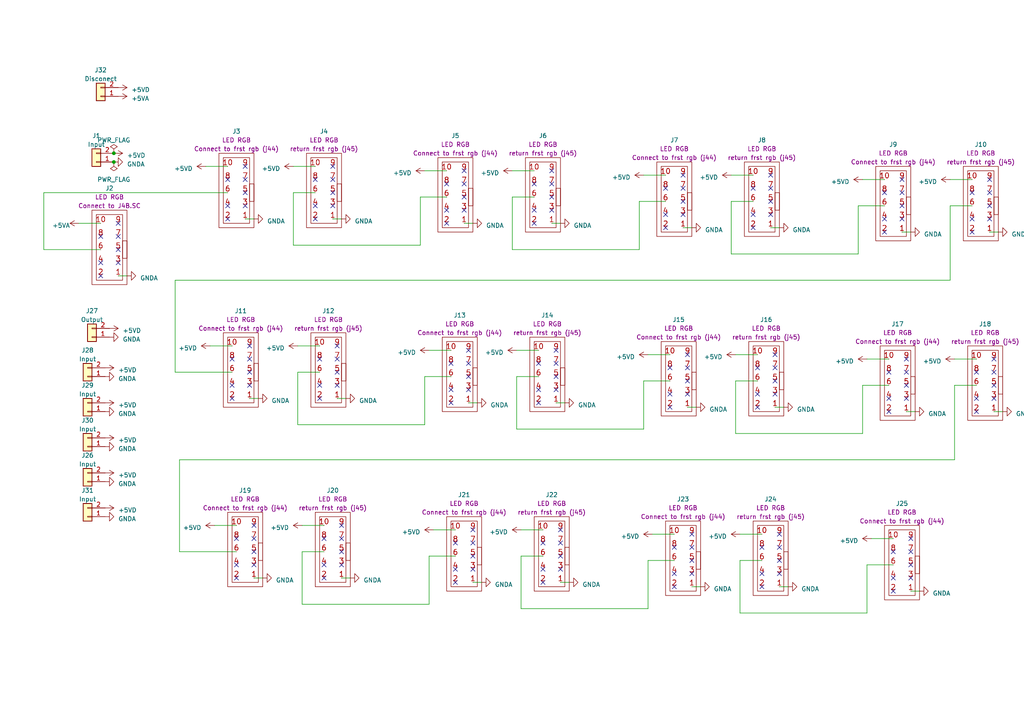
<source format=kicad_sch>
(kicad_sch (version 20230121) (generator eeschema)
  (paper "A4")
  (lib_symbols
    (symbol "Connector_Generic:Conn_01x02" (pin_names (offset 1.016) hide)
      (property "Reference" "J" (at 0 2.54 0))
      (property "Value" "Conn_01x02" (at 0 -5.08 0))
      (symbol "Conn_01x02_1_1"
        (rectangle (start -1.27 -2.413) (end 0 -2.667) (stroke (width 0.1524)))
        (rectangle (start -1.27 0.127) (end 0 -0.127) (stroke (width 0.1524)))
        (rectangle (start -1.27 1.27) (end 1.27 -3.81) (stroke (width 0.254)) (fill (type background)))
        (pin passive line (at -5.08 0 0) (length 3.81) (name "Pin_1") (number "1"))
        (pin passive line (at -5.08 -2.54 0) (length 3.81) (name "Pin_2") (number "2"))
      )
    )
    (symbol "IDC-Header_2x05_P2.54mm_Vertical_1"
      (property "Reference" "J?" (at -15.24 0 0))
      (property "Champ4" "IN" (at -12.7 0 0))
      (symbol "IDC-Header_2x05_P2.54mm_Vertical_1_0_1"
        (rectangle (start -5.08 11.43) (end 5.08 -10.16))
        (rectangle (start -3.81 10.16) (end 3.81 -8.89))
        (rectangle (start 3.81 -2.54) (end 5.08 2.54))
      )
      (symbol "IDC-Header_2x05_P2.54mm_Vertical_1_1_1"
        (pin passive line (at 2.54 -7.62 180) (length 0) (name "") (number "1"))
        (pin passive line (at -2.54 7.62 0) (length 0) (name "") (number "10"))
        (pin passive line (at -2.54 -7.62 0) (length 0) (name "") (number "2"))
        (pin passive line (at 2.54 -3.81 180) (length 0) (name "") (number "3"))
        (pin passive line (at -2.54 -3.81 0) (length 0) (name "") (number "4"))
        (pin passive line (at 2.54 0 180) (length 0) (name "") (number "5"))
        (pin passive line (at -2.54 0 0) (length 0) (name "") (number "6"))
        (pin passive line (at 2.54 3.81 180) (length 0) (name "") (number "7"))
        (pin passive line (at -2.54 3.81 0) (length 0) (name "") (number "8"))
        (pin passive line (at 2.54 7.62 180) (length 0) (name "") (number "9"))
      )
    )
    (symbol "power:+5VA" (power) (pin_names (offset 0))
      (property "Value" "+5VA" (at 0 3.556 0))
      (symbol "+5VA_0_1"
        (polyline (pts (xy -0.762 1.27) (xy 0 2.54)))
        (polyline (pts (xy 0 0) (xy 0 2.54)))
        (polyline (pts (xy 0 2.54) (xy 0.762 1.27)))
      )
      (symbol "+5VA_1_1"
        (pin power_in line (at 0 0 90) (length 0) hide (name "+5VA") (number "1"))
      )
    )
    (symbol "power:+5VD" (power) (pin_names (offset 0))
      (property "Value" "+5VD" (at 0 3.556 0))
      (symbol "+5VD_0_1"
        (polyline (pts (xy -0.762 1.27) (xy 0 2.54)))
        (polyline (pts (xy 0 0) (xy 0 2.54)))
        (polyline (pts (xy 0 2.54) (xy 0.762 1.27)))
      )
      (symbol "+5VD_1_1"
        (pin power_in line (at 0 0 90) (length 0) hide (name "+5VD") (number "1"))
      )
    )
    (symbol "power:GNDA" (power) (pin_names (offset 0))
      (property "Value" "GNDA" (at 0 -3.81 0))
      (symbol "GNDA_0_1"
        (polyline (pts (xy 0 0) (xy 0 -1.27) (xy 1.27 -1.27) (xy 0 -2.54) (xy -1.27 -1.27) (xy 0 -1.27)))
      )
      (symbol "GNDA_1_1"
        (pin power_in line (at 0 0 270) (length 0) hide (name "GNDA") (number "1"))
      )
    )
    (symbol "power:PWR_FLAG" (power) (pin_numbers hide) (pin_names (offset 0) hide)
      (property "Value" "PWR_FLAG" (at 0 3.81 0))
      (symbol "PWR_FLAG_0_0"
        (pin power_out line (at 0 0 90) (length 0) (name "pwr") (number "1"))
      )
      (symbol "PWR_FLAG_0_1"
        (polyline (pts (xy 0 0) (xy 0 1.27) (xy -1.016 1.905) (xy 0 2.54) (xy 1.016 1.905) (xy 0 1.27)))
      )
    )
  )
  (junction (at 33.02 44.45))
  (junction (at 33.02 46.99))
  (no_connect (at 198.12 54.61))
  (no_connect (at 92.71 104.14))
  (no_connect (at 96.52 59.69))
  (no_connect (at 71.12 59.69))
  (no_connect (at 257.81 107.95))
  (no_connect (at 256.54 55.88))
  (no_connect (at 259.08 171.45))
  (no_connect (at 156.21 116.84))
  (no_connect (at 224.79 106.68))
  (no_connect (at 132.08 165.1))
  (no_connect (at 223.52 62.23))
  (no_connect (at 67.31 111.76))
  (no_connect (at 135.89 101.6))
  (no_connect (at 92.71 115.57))
  (no_connect (at 218.44 66.04))
  (no_connect (at 281.94 55.88))
  (no_connect (at 34.29 76.2))
  (no_connect (at 137.16 153.67))
  (no_connect (at 73.66 163.83))
  (no_connect (at 220.98 166.37))
  (no_connect (at 226.06 154.94))
  (no_connect (at 226.06 162.56))
  (no_connect (at 194.31 114.3))
  (no_connect (at 154.94 53.34))
  (no_connect (at 224.79 110.49))
  (no_connect (at 194.31 106.68))
  (no_connect (at 67.31 104.14))
  (no_connect (at 161.29 101.6))
  (no_connect (at 220.98 158.75))
  (no_connect (at 134.62 53.34))
  (no_connect (at 157.48 157.48))
  (no_connect (at 154.94 60.96))
  (no_connect (at 281.94 67.31))
  (no_connect (at 262.89 107.95))
  (no_connect (at 161.29 109.22))
  (no_connect (at 194.31 118.11))
  (no_connect (at 71.12 55.88))
  (no_connect (at 68.58 156.21))
  (no_connect (at 219.71 114.3))
  (no_connect (at 162.56 161.29))
  (no_connect (at 199.39 102.87))
  (no_connect (at 200.66 166.37))
  (no_connect (at 224.79 114.3))
  (no_connect (at 160.02 60.96))
  (no_connect (at 220.98 170.18))
  (no_connect (at 226.06 166.37))
  (no_connect (at 195.58 170.18))
  (no_connect (at 129.54 53.34))
  (no_connect (at 162.56 165.1))
  (no_connect (at 135.89 113.03))
  (no_connect (at 97.79 100.33))
  (no_connect (at 97.79 111.76))
  (no_connect (at 287.02 55.88))
  (no_connect (at 160.02 53.34))
  (no_connect (at 72.39 107.95))
  (no_connect (at 160.02 49.53))
  (no_connect (at 34.29 64.77))
  (no_connect (at 287.02 63.5))
  (no_connect (at 219.71 106.68))
  (no_connect (at 193.04 54.61))
  (no_connect (at 99.06 163.83))
  (no_connect (at 219.71 118.11))
  (no_connect (at 223.52 50.8))
  (no_connect (at 261.62 55.88))
  (no_connect (at 200.66 162.56))
  (no_connect (at 29.21 68.58))
  (no_connect (at 256.54 67.31))
  (no_connect (at 134.62 57.15))
  (no_connect (at 226.06 158.75))
  (no_connect (at 97.79 107.95))
  (no_connect (at 99.06 160.02))
  (no_connect (at 264.16 167.64))
  (no_connect (at 195.58 166.37))
  (no_connect (at 261.62 59.69))
  (no_connect (at 257.81 119.38))
  (no_connect (at 264.16 156.21))
  (no_connect (at 91.44 63.5))
  (no_connect (at 193.04 62.23))
  (no_connect (at 91.44 52.07))
  (no_connect (at 134.62 49.53))
  (no_connect (at 72.39 104.14))
  (no_connect (at 218.44 54.61))
  (no_connect (at 287.02 59.69))
  (no_connect (at 156.21 113.03))
  (no_connect (at 224.79 102.87))
  (no_connect (at 281.94 63.5))
  (no_connect (at 198.12 50.8))
  (no_connect (at 71.12 48.26))
  (no_connect (at 29.21 76.2))
  (no_connect (at 66.04 59.69))
  (no_connect (at 259.08 167.64))
  (no_connect (at 261.62 63.5))
  (no_connect (at 71.12 52.07))
  (no_connect (at 96.52 52.07))
  (no_connect (at 195.58 158.75))
  (no_connect (at 130.81 113.03))
  (no_connect (at 132.08 157.48))
  (no_connect (at 93.98 163.83))
  (no_connect (at 132.08 168.91))
  (no_connect (at 259.08 160.02))
  (no_connect (at 199.39 114.3))
  (no_connect (at 198.12 58.42))
  (no_connect (at 157.48 168.91))
  (no_connect (at 283.21 107.95))
  (no_connect (at 283.21 115.57))
  (no_connect (at 137.16 161.29))
  (no_connect (at 135.89 105.41))
  (no_connect (at 93.98 156.21))
  (no_connect (at 73.66 156.21))
  (no_connect (at 264.16 160.02))
  (no_connect (at 130.81 105.41))
  (no_connect (at 162.56 157.48))
  (no_connect (at 199.39 106.68))
  (no_connect (at 199.39 110.49))
  (no_connect (at 135.89 109.22))
  (no_connect (at 66.04 52.07))
  (no_connect (at 200.66 158.75))
  (no_connect (at 262.89 104.14))
  (no_connect (at 261.62 52.07))
  (no_connect (at 67.31 115.57))
  (no_connect (at 97.79 104.14))
  (no_connect (at 288.29 104.14))
  (no_connect (at 72.39 100.33))
  (no_connect (at 130.81 116.84))
  (no_connect (at 96.52 48.26))
  (no_connect (at 29.21 80.01))
  (no_connect (at 262.89 111.76))
  (no_connect (at 66.04 63.5))
  (no_connect (at 73.66 152.4))
  (no_connect (at 91.44 59.69))
  (no_connect (at 288.29 107.95))
  (no_connect (at 157.48 165.1))
  (no_connect (at 283.21 119.38))
  (no_connect (at 198.12 62.23))
  (no_connect (at 137.16 157.48))
  (no_connect (at 73.66 160.02))
  (no_connect (at 34.29 72.39))
  (no_connect (at 137.16 165.1))
  (no_connect (at 161.29 105.41))
  (no_connect (at 264.16 163.83))
  (no_connect (at 72.39 111.76))
  (no_connect (at 287.02 52.07))
  (no_connect (at 162.56 153.67))
  (no_connect (at 257.81 115.57))
  (no_connect (at 93.98 167.64))
  (no_connect (at 256.54 63.5))
  (no_connect (at 288.29 115.57))
  (no_connect (at 223.52 54.61))
  (no_connect (at 193.04 66.04))
  (no_connect (at 161.29 113.03))
  (no_connect (at 99.06 152.4))
  (no_connect (at 68.58 167.64))
  (no_connect (at 99.06 156.21))
  (no_connect (at 154.94 64.77))
  (no_connect (at 134.62 60.96))
  (no_connect (at 262.89 115.57))
  (no_connect (at 96.52 55.88))
  (no_connect (at 288.29 111.76))
  (no_connect (at 92.71 111.76))
  (no_connect (at 218.44 62.23))
  (no_connect (at 129.54 60.96))
  (no_connect (at 156.21 105.41))
  (no_connect (at 223.52 58.42))
  (no_connect (at 200.66 154.94))
  (no_connect (at 129.54 64.77))
  (no_connect (at 34.29 68.58))
  (no_connect (at 160.02 57.15))
  (no_connect (at 68.58 163.83))
  (wire (pts (xy 228.6 170.18) (xy 226.06 170.18)))
  (wire (pts (xy 149.86 109.22) (xy 149.86 124.46)))
  (wire (pts (xy 187.96 162.56) (xy 195.58 162.56)))
  (wire (pts (xy 12.7 72.39) (xy 29.21 72.39)))
  (wire (pts (xy 212.09 58.42) (xy 212.09 73.66)))
  (wire (pts (xy 99.06 63.5) (xy 96.52 63.5)))
  (wire (pts (xy 22.86 64.77) (xy 29.21 64.77)))
  (wire (pts (xy 275.59 81.28) (xy 50.8 81.28)))
  (wire (pts (xy 227.33 118.11) (xy 224.79 118.11)))
  (wire (pts (xy 73.66 63.5) (xy 71.12 63.5)))
  (wire (pts (xy 187.96 102.87) (xy 194.31 102.87)))
  (wire (pts (xy 214.63 162.56) (xy 214.63 177.8)))
  (wire (pts (xy 149.86 124.46) (xy 186.69 124.46)))
  (wire (pts (xy 121.92 57.15) (xy 129.54 57.15)))
  (wire (pts (xy 165.1 168.91) (xy 162.56 168.91)))
  (wire (pts (xy 148.59 49.53) (xy 154.94 49.53)))
  (wire (pts (xy 248.92 59.69) (xy 256.54 59.69)))
  (wire (pts (xy 59.69 48.26) (xy 66.04 48.26)))
  (wire (pts (xy 62.23 152.4) (xy 68.58 152.4)))
  (wire (pts (xy 12.7 55.88) (xy 12.7 72.39)))
  (wire (pts (xy 283.21 111.76) (xy 276.86 111.76)))
  (wire (pts (xy 149.86 101.6) (xy 156.21 101.6)))
  (wire (pts (xy 276.86 104.14) (xy 283.21 104.14)))
  (wire (pts (xy 214.63 154.94) (xy 220.98 154.94)))
  (wire (pts (xy 76.2 167.64) (xy 73.66 167.64)))
  (wire (pts (xy 250.19 125.73) (xy 250.19 111.76)))
  (wire (pts (xy 87.63 160.02) (xy 87.63 175.26)))
  (wire (pts (xy 187.96 176.53) (xy 187.96 162.56)))
  (wire (pts (xy 250.19 111.76) (xy 257.81 111.76)))
  (wire (pts (xy 185.42 72.39) (xy 185.42 58.42)))
  (wire (pts (xy 251.46 177.8) (xy 251.46 163.83)))
  (wire (pts (xy 186.69 110.49) (xy 194.31 110.49)))
  (wire (pts (xy 52.07 160.02) (xy 68.58 160.02)))
  (wire (pts (xy 186.69 50.8) (xy 193.04 50.8)))
  (wire (pts (xy 87.63 152.4) (xy 93.98 152.4)))
  (wire (pts (xy 162.56 64.77) (xy 160.02 64.77)))
  (wire (pts (xy 86.36 123.19) (xy 123.19 123.19)))
  (wire (pts (xy 203.2 170.18) (xy 200.66 170.18)))
  (wire (pts (xy 276.86 133.35) (xy 52.07 133.35)))
  (wire (pts (xy 220.98 162.56) (xy 214.63 162.56)))
  (wire (pts (xy 151.13 153.67) (xy 157.48 153.67)))
  (wire (pts (xy 213.36 102.87) (xy 219.71 102.87)))
  (wire (pts (xy 123.19 109.22) (xy 130.81 109.22)))
  (wire (pts (xy 212.09 50.8) (xy 218.44 50.8)))
  (wire (pts (xy 124.46 161.29) (xy 132.08 161.29)))
  (wire (pts (xy 185.42 58.42) (xy 193.04 58.42)))
  (wire (pts (xy 226.06 66.04) (xy 223.52 66.04)))
  (wire (pts (xy 101.6 167.64) (xy 99.06 167.64)))
  (wire (pts (xy 138.43 116.84) (xy 135.89 116.84)))
  (wire (pts (xy 85.09 55.88) (xy 85.09 71.12)))
  (wire (pts (xy 214.63 177.8) (xy 251.46 177.8)))
  (wire (pts (xy 289.56 67.31) (xy 287.02 67.31)))
  (wire (pts (xy 189.23 154.94) (xy 195.58 154.94)))
  (wire (pts (xy 186.69 124.46) (xy 186.69 110.49)))
  (wire (pts (xy 60.96 100.33) (xy 67.31 100.33)))
  (wire (pts (xy 74.93 115.57) (xy 72.39 115.57)))
  (wire (pts (xy 137.16 64.77) (xy 134.62 64.77)))
  (wire (pts (xy 251.46 163.83) (xy 259.08 163.83)))
  (wire (pts (xy 248.92 73.66) (xy 248.92 59.69)))
  (wire (pts (xy 157.48 161.29) (xy 151.13 161.29)))
  (wire (pts (xy 86.36 100.33) (xy 92.71 100.33)))
  (wire (pts (xy 281.94 59.69) (xy 275.59 59.69)))
  (wire (pts (xy 154.94 57.15) (xy 148.59 57.15)))
  (wire (pts (xy 275.59 59.69) (xy 275.59 81.28)))
  (wire (pts (xy 91.44 55.88) (xy 85.09 55.88)))
  (wire (pts (xy 213.36 110.49) (xy 213.36 125.73)))
  (wire (pts (xy 201.93 118.11) (xy 199.39 118.11)))
  (wire (pts (xy 219.71 110.49) (xy 213.36 110.49)))
  (wire (pts (xy 124.46 101.6) (xy 130.81 101.6)))
  (wire (pts (xy 290.83 119.38) (xy 288.29 119.38)))
  (wire (pts (xy 213.36 125.73) (xy 250.19 125.73)))
  (wire (pts (xy 200.66 66.04) (xy 198.12 66.04)))
  (wire (pts (xy 125.73 153.67) (xy 132.08 153.67)))
  (wire (pts (xy 123.19 123.19) (xy 123.19 109.22)))
  (wire (pts (xy 251.46 104.14) (xy 257.81 104.14)))
  (wire (pts (xy 87.63 175.26) (xy 124.46 175.26)))
  (wire (pts (xy 252.73 156.21) (xy 259.08 156.21)))
  (wire (pts (xy 148.59 57.15) (xy 148.59 72.39)))
  (wire (pts (xy 12.7 55.88) (xy 66.04 55.88)))
  (wire (pts (xy 121.92 71.12) (xy 121.92 57.15)))
  (wire (pts (xy 100.33 115.57) (xy 97.79 115.57)))
  (wire (pts (xy 218.44 58.42) (xy 212.09 58.42)))
  (wire (pts (xy 156.21 109.22) (xy 149.86 109.22)))
  (wire (pts (xy 92.71 107.95) (xy 86.36 107.95)))
  (wire (pts (xy 86.36 107.95) (xy 86.36 123.19)))
  (wire (pts (xy 36.83 80.01) (xy 34.29 80.01)))
  (wire (pts (xy 212.09 73.66) (xy 248.92 73.66)))
  (wire (pts (xy 275.59 52.07) (xy 281.94 52.07)))
  (wire (pts (xy 266.7 171.45) (xy 264.16 171.45)))
  (wire (pts (xy 50.8 81.28) (xy 50.8 107.95)))
  (wire (pts (xy 250.19 52.07) (xy 256.54 52.07)))
  (wire (pts (xy 124.46 175.26) (xy 124.46 161.29)))
  (wire (pts (xy 50.8 107.95) (xy 67.31 107.95)))
  (wire (pts (xy 148.59 72.39) (xy 185.42 72.39)))
  (wire (pts (xy 151.13 161.29) (xy 151.13 176.53)))
  (wire (pts (xy 123.19 49.53) (xy 129.54 49.53)))
  (wire (pts (xy 151.13 176.53) (xy 187.96 176.53)))
  (wire (pts (xy 264.16 67.31) (xy 261.62 67.31)))
  (wire (pts (xy 85.09 71.12) (xy 121.92 71.12)))
  (wire (pts (xy 93.98 160.02) (xy 87.63 160.02)))
  (wire (pts (xy 139.7 168.91) (xy 137.16 168.91)))
  (wire (pts (xy 276.86 111.76) (xy 276.86 133.35)))
  (wire (pts (xy 85.09 48.26) (xy 91.44 48.26)))
  (wire (pts (xy 163.83 116.84) (xy 161.29 116.84)))
  (wire (pts (xy 265.43 119.38) (xy 262.89 119.38)))
  (wire (pts (xy 52.07 133.35) (xy 52.07 160.02)))
  (symbol (lib_name "IDC-Header_2x05_P2.54mm_Vertical_1") (lib_id "ksir_2023:IDC-Header_2x05_P2.54mm_Vertical") (at 285.75 111.76 0) (unit 1)
    (property "Reference" "J18" (at 285.75 93.98 0))
    (property "Value" "IDC-Header_2x05_P2.54mm_Vertical" (effects hide))
    (property "Footprint" "Connector_IDC:IDC-Header_2x05_P2.54mm_Vertical" (effects hide))
    (property "Champ4" "LED RGB" (at 285.75 96.52 0))
    (property "Champ5" "return frst rgb (j45)" (at 285.75 99.06 0))
  )
  (symbol (lib_id "power:+5VD") (at 124.46 101.6 90) (unit 1)
    (property "Reference" "#PWR023" (effects hide))
    (property "Value" "+5VD" (at 120.65 102.235 90) (effects (justify left)))
  )
  (symbol (lib_id "power:GNDA") (at 137.16 64.77 90) (unit 1)
    (property "Reference" "#PWR011" (effects hide))
    (property "Value" "GNDA" (at 140.97 65.405 90) (effects (justify right)))
  )
  (symbol (lib_id "power:+5VD") (at 30.48 116.84 270) (unit 1)
    (property "Reference" "#PWR057" (effects hide))
    (property "Value" "+5VD" (at 34.29 117.475 90) (effects (justify left)))
  )
  (symbol (lib_id "power:GNDA") (at 200.66 66.04 90) (unit 1)
    (property "Reference" "#PWR015" (effects hide))
    (property "Value" "GNDA" (at 204.47 66.675 90) (effects (justify right)))
  )
  (symbol (lib_id "power:+5VD") (at 87.63 152.4 90) (unit 1)
    (property "Reference" "#PWR038" (effects hide))
    (property "Value" "+5VD" (at 83.82 153.035 90) (effects (justify left)))
  )
  (symbol (lib_name "IDC-Header_2x05_P2.54mm_Vertical_1") (lib_id "ksir_2023:IDC-Header_2x05_P2.54mm_Vertical") (at 198.12 162.56 0) (unit 1)
    (property "Reference" "J23" (at 198.12 144.78 0))
    (property "Value" "IDC-Header_2x05_P2.54mm_Vertical" (effects hide))
    (property "Footprint" "Connector_IDC:IDC-Header_2x05_P2.54mm_Vertical" (effects hide))
    (property "Champ4" "LED RGB" (at 198.12 147.32 0))
    (property "Champ5" "Connect to frst rgb (j44)" (at 198.12 149.86 0))
  )
  (symbol (lib_name "IDC-Header_2x05_P2.54mm_Vertical_1") (lib_id "ksir_2023:IDC-Header_2x05_P2.54mm_Vertical") (at 96.52 160.02 0) (unit 1)
    (property "Reference" "J20" (at 96.52 142.24 0))
    (property "Value" "IDC-Header_2x05_P2.54mm_Vertical" (effects hide))
    (property "Footprint" "Connector_IDC:IDC-Header_2x05_P2.54mm_Vertical" (effects hide))
    (property "Champ4" "LED RGB" (at 96.52 144.78 0))
    (property "Champ5" "return frst rgb (j45)" (at 96.52 147.32 0))
  )
  (symbol (lib_id "power:PWR_FLAG") (at 33.02 46.99 180) (unit 1)
    (property "Reference" "#FLG02" (effects hide))
    (property "Value" "PWR_FLAG" (at 33.02 52.07 0))
  )
  (symbol (lib_id "power:+5VD") (at 30.48 147.32 270) (unit 1)
    (property "Reference" "#PWR061" (effects hide))
    (property "Value" "+5VD" (at 34.29 147.955 90) (effects (justify left)))
  )
  (symbol (lib_id "power:GNDA") (at 266.7 171.45 90) (unit 1)
    (property "Reference" "#PWR051" (effects hide))
    (property "Value" "GNDA" (at 270.51 172.085 90) (effects (justify right)))
  )
  (symbol (lib_name "IDC-Header_2x05_P2.54mm_Vertical_1") (lib_id "ksir_2023:IDC-Header_2x05_P2.54mm_Vertical") (at 160.02 161.29 0) (unit 1)
    (property "Reference" "J22" (at 160.02 143.51 0))
    (property "Value" "IDC-Header_2x05_P2.54mm_Vertical" (effects hide))
    (property "Footprint" "Connector_IDC:IDC-Header_2x05_P2.54mm_Vertical" (effects hide))
    (property "Champ4" "LED RGB" (at 160.02 146.05 0))
    (property "Champ5" "return frst rgb (j45)" (at 160.02 148.59 0))
  )
  (symbol (lib_id "power:+5VD") (at 30.48 127 270) (unit 1)
    (property "Reference" "#PWR059" (effects hide))
    (property "Value" "+5VD" (at 34.29 127.635 90) (effects (justify left)))
  )
  (symbol (lib_id "Connector_Generic:Conn_01x02") (at 25.4 139.7 180) (unit 1)
    (property "Reference" "J26" (at 25.4 132.08 0))
    (property "Value" "Input" (at 25.4 134.62 0))
    (property "Footprint" "Connector_PinHeader_2.54mm:PinHeader_1x02_P2.54mm_Vertical" (effects hide))
  )
  (symbol (lib_id "power:+5VD") (at 187.96 102.87 90) (unit 1)
    (property "Reference" "#PWR025" (effects hide))
    (property "Value" "+5VD" (at 184.15 103.505 90) (effects (justify left)))
  )
  (symbol (lib_id "power:+5VD") (at 251.46 104.14 90) (unit 1)
    (property "Reference" "#PWR027" (effects hide))
    (property "Value" "+5VD" (at 247.65 104.775 90) (effects (justify left)))
  )
  (symbol (lib_id "power:+5VD") (at 151.13 153.67 90) (unit 1)
    (property "Reference" "#PWR040" (effects hide))
    (property "Value" "+5VD" (at 147.32 154.305 90) (effects (justify left)))
  )
  (symbol (lib_id "power:GNDA") (at 74.93 115.57 90) (unit 1)
    (property "Reference" "#PWR029" (effects hide))
    (property "Value" "GNDA" (at 78.74 116.205 90) (effects (justify right)))
  )
  (symbol (lib_id "Connector_Generic:Conn_01x02") (at 26.67 97.79 180) (unit 1)
    (property "Reference" "J27" (at 26.67 90.17 0))
    (property "Value" "Output" (at 26.67 92.71 0))
    (property "Footprint" "TerminalBlock:TerminalBlock_Altech_AK300-2_P5.00mm" (effects hide))
  )
  (symbol (lib_id "power:GNDA") (at 36.83 80.01 90) (unit 1)
    (property "Reference" "#PWR04" (effects hide))
    (property "Value" "GNDA" (at 40.64 80.645 90) (effects (justify right)))
  )
  (symbol (lib_id "power:PWR_FLAG") (at 33.02 44.45 0) (unit 1)
    (property "Reference" "#FLG01" (effects hide))
    (property "Value" "PWR_FLAG" (at 33.02 40.64 0))
  )
  (symbol (lib_id "power:+5VD") (at 86.36 100.33 90) (unit 1)
    (property "Reference" "#PWR022" (effects hide))
    (property "Value" "+5VD" (at 82.55 100.965 90) (effects (justify left)))
  )
  (symbol (lib_id "power:+5VD") (at 213.36 102.87 90) (unit 1)
    (property "Reference" "#PWR026" (effects hide))
    (property "Value" "+5VD" (at 209.55 103.505 90) (effects (justify left)))
  )
  (symbol (lib_id "power:+5VD") (at 148.59 49.53 90) (unit 1)
    (property "Reference" "#PWR010" (effects hide))
    (property "Value" "+5VD" (at 144.78 50.165 90) (effects (justify left)))
  )
  (symbol (lib_id "power:GNDA") (at 162.56 64.77 90) (unit 1)
    (property "Reference" "#PWR012" (effects hide))
    (property "Value" "GNDA" (at 166.37 65.405 90) (effects (justify right)))
  )
  (symbol (lib_id "power:+5VD") (at 60.96 100.33 90) (unit 1)
    (property "Reference" "#PWR021" (effects hide))
    (property "Value" "+5VD" (at 57.15 100.965 90) (effects (justify left)))
  )
  (symbol (lib_name "IDC-Header_2x05_P2.54mm_Vertical_1") (lib_id "ksir_2023:IDC-Header_2x05_P2.54mm_Vertical") (at 71.12 160.02 0) (unit 1)
    (property "Reference" "J19" (at 71.12 142.24 0))
    (property "Value" "IDC-Header_2x05_P2.54mm_Vertical" (effects hide))
    (property "Footprint" "Connector_IDC:IDC-Header_2x05_P2.54mm_Vertical" (effects hide))
    (property "Champ4" "LED RGB" (at 71.12 144.78 0))
    (property "Champ5" "Connect to frst rgb (j44)" (at 71.12 147.32 0))
  )
  (symbol (lib_id "power:GNDA") (at 33.02 46.99 90) (unit 1)
    (property "Reference" "#PWR07" (effects hide))
    (property "Value" "GNDA" (at 36.83 47.625 90) (effects (justify right)))
  )
  (symbol (lib_name "IDC-Header_2x05_P2.54mm_Vertical_1") (lib_id "ksir_2023:IDC-Header_2x05_P2.54mm_Vertical") (at 68.58 55.88 0) (unit 1)
    (property "Reference" "J3" (at 68.58 38.1 0))
    (property "Value" "IDC-Header_2x05_P2.54mm_Vertical" (effects hide))
    (property "Footprint" "Connector_IDC:IDC-Header_2x05_P2.54mm_Vertical" (effects hide))
    (property "Champ4" "LED RGB" (at 68.58 40.64 0))
    (property "Champ5" "Connect to frst rgb (j44)" (at 68.58 43.18 0))
  )
  (symbol (lib_name "IDC-Header_2x05_P2.54mm_Vertical_1") (lib_id "ksir_2023:IDC-Header_2x05_P2.54mm_Vertical") (at 31.75 72.39 0) (unit 1)
    (property "Reference" "J2" (at 31.75 54.61 0))
    (property "Value" "IDC-Header_2x05_P2.54mm_Vertical" (effects hide))
    (property "Footprint" "Connector_IDC:IDC-Header_2x05_P2.54mm_Vertical" (effects hide))
    (property "Champ4" "LED RGB" (at 31.75 57.15 0))
    (property "Champ5" "Connect to J4B.SC" (at 31.75 59.69 0))
  )
  (symbol (lib_name "IDC-Header_2x05_P2.54mm_Vertical_1") (lib_id "ksir_2023:IDC-Header_2x05_P2.54mm_Vertical") (at 69.85 107.95 0) (unit 1)
    (property "Reference" "J11" (at 69.85 90.17 0))
    (property "Value" "IDC-Header_2x05_P2.54mm_Vertical" (effects hide))
    (property "Footprint" "Connector_IDC:IDC-Header_2x05_P2.54mm_Vertical" (effects hide))
    (property "Champ4" "LED RGB" (at 69.85 92.71 0))
    (property "Champ5" "Connect to frst rgb (j44)" (at 69.85 95.25 0))
  )
  (symbol (lib_id "power:GNDA") (at 30.48 119.38 90) (unit 1)
    (property "Reference" "#PWR058" (effects hide))
    (property "Value" "GNDA" (at 34.29 120.015 90) (effects (justify right)))
  )
  (symbol (lib_id "power:GNDA") (at 227.33 118.11 90) (unit 1)
    (property "Reference" "#PWR034" (effects hide))
    (property "Value" "GNDA" (at 231.14 118.745 90) (effects (justify right)))
  )
  (symbol (lib_id "power:+5VD") (at 214.63 154.94 90) (unit 1)
    (property "Reference" "#PWR042" (effects hide))
    (property "Value" "+5VD" (at 210.82 155.575 90) (effects (justify left)))
  )
  (symbol (lib_id "power:GNDA") (at 30.48 149.86 90) (unit 1)
    (property "Reference" "#PWR062" (effects hide))
    (property "Value" "GNDA" (at 34.29 150.495 90) (effects (justify right)))
  )
  (symbol (lib_name "IDC-Header_2x05_P2.54mm_Vertical_1") (lib_id "ksir_2023:IDC-Header_2x05_P2.54mm_Vertical") (at 157.48 57.15 0) (unit 1)
    (property "Reference" "J6" (at 157.48 39.37 0))
    (property "Value" "IDC-Header_2x05_P2.54mm_Vertical" (effects hide))
    (property "Footprint" "Connector_IDC:IDC-Header_2x05_P2.54mm_Vertical" (effects hide))
    (property "Champ4" "LED RGB" (at 157.48 41.91 0))
    (property "Champ5" "return frst rgb (j45)" (at 157.48 44.45 0))
  )
  (symbol (lib_id "power:GNDA") (at 139.7 168.91 90) (unit 1)
    (property "Reference" "#PWR047" (effects hide))
    (property "Value" "GNDA" (at 143.51 169.545 90) (effects (justify right)))
  )
  (symbol (lib_name "IDC-Header_2x05_P2.54mm_Vertical_1") (lib_id "ksir_2023:IDC-Header_2x05_P2.54mm_Vertical") (at 259.08 59.69 0) (unit 1)
    (property "Reference" "J9" (at 259.08 41.91 0))
    (property "Value" "IDC-Header_2x05_P2.54mm_Vertical" (effects hide))
    (property "Footprint" "Connector_IDC:IDC-Header_2x05_P2.54mm_Vertical" (effects hide))
    (property "Champ4" "LED RGB" (at 259.08 44.45 0))
    (property "Champ5" "Connect to frst rgb (j44)" (at 259.08 46.99 0))
  )
  (symbol (lib_id "Connector_Generic:Conn_01x02") (at 25.4 129.54 180) (unit 1)
    (property "Reference" "J30" (at 25.4 121.92 0))
    (property "Value" "Input" (at 25.4 124.46 0))
    (property "Footprint" "Connector_PinHeader_2.54mm:PinHeader_1x02_P2.54mm_Vertical" (effects hide))
  )
  (symbol (lib_name "IDC-Header_2x05_P2.54mm_Vertical_1") (lib_id "ksir_2023:IDC-Header_2x05_P2.54mm_Vertical") (at 195.58 58.42 0) (unit 1)
    (property "Reference" "J7" (at 195.58 40.64 0))
    (property "Value" "IDC-Header_2x05_P2.54mm_Vertical" (effects hide))
    (property "Footprint" "Connector_IDC:IDC-Header_2x05_P2.54mm_Vertical" (effects hide))
    (property "Champ4" "LED RGB" (at 195.58 43.18 0))
    (property "Champ5" "Connect to frst rgb (j44)" (at 195.58 45.72 0))
  )
  (symbol (lib_id "power:GNDA") (at 226.06 66.04 90) (unit 1)
    (property "Reference" "#PWR016" (effects hide))
    (property "Value" "GNDA" (at 229.87 66.675 90) (effects (justify right)))
  )
  (symbol (lib_id "power:+5VD") (at 30.48 137.16 270) (unit 1)
    (property "Reference" "#PWR02" (effects hide))
    (property "Value" "+5VD" (at 34.29 137.795 90) (effects (justify left)))
  )
  (symbol (lib_id "power:GNDA") (at 100.33 115.57 90) (unit 1)
    (property "Reference" "#PWR030" (effects hide))
    (property "Value" "GNDA" (at 104.14 116.205 90) (effects (justify right)))
  )
  (symbol (lib_id "power:+5VD") (at 85.09 48.26 90) (unit 1)
    (property "Reference" "#PWR01" (effects hide))
    (property "Value" "+5VD" (at 81.28 48.895 90) (effects (justify left)))
  )
  (symbol (lib_id "power:+5VD") (at 275.59 52.07 90) (unit 1)
    (property "Reference" "#PWR018" (effects hide))
    (property "Value" "+5VD" (at 271.78 52.705 90) (effects (justify left)))
  )
  (symbol (lib_name "IDC-Header_2x05_P2.54mm_Vertical_1") (lib_id "ksir_2023:IDC-Header_2x05_P2.54mm_Vertical") (at 134.62 161.29 0) (unit 1)
    (property "Reference" "J21" (at 134.62 143.51 0))
    (property "Value" "IDC-Header_2x05_P2.54mm_Vertical" (effects hide))
    (property "Footprint" "Connector_IDC:IDC-Header_2x05_P2.54mm_Vertical" (effects hide))
    (property "Champ4" "LED RGB" (at 134.62 146.05 0))
    (property "Champ5" "Connect to frst rgb (j44)" (at 134.62 148.59 0))
  )
  (symbol (lib_id "power:GNDA") (at 228.6 170.18 90) (unit 1)
    (property "Reference" "#PWR050" (effects hide))
    (property "Value" "GNDA" (at 232.41 170.815 90) (effects (justify right)))
  )
  (symbol (lib_id "power:GNDA") (at 76.2 167.64 90) (unit 1)
    (property "Reference" "#PWR045" (effects hide))
    (property "Value" "GNDA" (at 80.01 168.275 90) (effects (justify right)))
  )
  (symbol (lib_id "power:GNDA") (at 289.56 67.31 90) (unit 1)
    (property "Reference" "#PWR020" (effects hide))
    (property "Value" "GNDA" (at 293.37 67.945 90) (effects (justify right)))
  )
  (symbol (lib_name "IDC-Header_2x05_P2.54mm_Vertical_1") (lib_id "ksir_2023:IDC-Header_2x05_P2.54mm_Vertical") (at 220.98 58.42 0) (unit 1)
    (property "Reference" "J8" (at 220.98 40.64 0))
    (property "Value" "IDC-Header_2x05_P2.54mm_Vertical" (effects hide))
    (property "Footprint" "Connector_IDC:IDC-Header_2x05_P2.54mm_Vertical" (effects hide))
    (property "Champ4" "LED RGB" (at 220.98 43.18 0))
    (property "Champ5" "return frst rgb (j45)" (at 220.98 45.72 0))
  )
  (symbol (lib_id "power:+5VD") (at 186.69 50.8 90) (unit 1)
    (property "Reference" "#PWR013" (effects hide))
    (property "Value" "+5VD" (at 182.88 51.435 90) (effects (justify left)))
  )
  (symbol (lib_name "IDC-Header_2x05_P2.54mm_Vertical_1") (lib_id "ksir_2023:IDC-Header_2x05_P2.54mm_Vertical") (at 95.25 107.95 0) (unit 1)
    (property "Reference" "J12" (at 95.25 90.17 0))
    (property "Value" "IDC-Header_2x05_P2.54mm_Vertical" (effects hide))
    (property "Footprint" "Connector_IDC:IDC-Header_2x05_P2.54mm_Vertical" (effects hide))
    (property "Champ4" "LED RGB" (at 95.25 92.71 0))
    (property "Champ5" "return frst rgb (j45)" (at 95.25 95.25 0))
  )
  (symbol (lib_id "power:GNDA") (at 165.1 168.91 90) (unit 1)
    (property "Reference" "#PWR048" (effects hide))
    (property "Value" "GNDA" (at 168.91 169.545 90) (effects (justify right)))
  )
  (symbol (lib_id "power:+5VD") (at 59.69 48.26 90) (unit 1)
    (property "Reference" "#PWR03" (effects hide))
    (property "Value" "+5VD" (at 55.88 48.895 90) (effects (justify left)))
  )
  (symbol (lib_id "power:+5VD") (at 252.73 156.21 90) (unit 1)
    (property "Reference" "#PWR043" (effects hide))
    (property "Value" "+5VD" (at 248.92 156.845 90) (effects (justify left)))
  )
  (symbol (lib_id "power:+5VD") (at 212.09 50.8 90) (unit 1)
    (property "Reference" "#PWR014" (effects hide))
    (property "Value" "+5VD" (at 208.28 51.435 90) (effects (justify left)))
  )
  (symbol (lib_id "power:+5VD") (at 123.19 49.53 90) (unit 1)
    (property "Reference" "#PWR09" (effects hide))
    (property "Value" "+5VD" (at 119.38 50.165 90) (effects (justify left)))
  )
  (symbol (lib_id "power:GNDA") (at 30.48 109.22 90) (unit 1)
    (property "Reference" "#PWR056" (effects hide))
    (property "Value" "GNDA" (at 34.29 109.855 90) (effects (justify right)))
  )
  (symbol (lib_id "power:GNDA") (at 203.2 170.18 90) (unit 1)
    (property "Reference" "#PWR049" (effects hide))
    (property "Value" "GNDA" (at 207.01 170.815 90) (effects (justify right)))
  )
  (symbol (lib_id "power:GNDA") (at 264.16 67.31 90) (unit 1)
    (property "Reference" "#PWR019" (effects hide))
    (property "Value" "GNDA" (at 267.97 67.945 90) (effects (justify right)))
  )
  (symbol (lib_name "IDC-Header_2x05_P2.54mm_Vertical_1") (lib_id "ksir_2023:IDC-Header_2x05_P2.54mm_Vertical") (at 133.35 109.22 0) (unit 1)
    (property "Reference" "J13" (at 133.35 91.44 0))
    (property "Value" "IDC-Header_2x05_P2.54mm_Vertical" (effects hide))
    (property "Footprint" "Connector_IDC:IDC-Header_2x05_P2.54mm_Vertical" (effects hide))
    (property "Champ4" "LED RGB" (at 133.35 93.98 0))
    (property "Champ5" "Connect to frst rgb (j44)" (at 133.35 96.52 0))
  )
  (symbol (lib_name "IDC-Header_2x05_P2.54mm_Vertical_1") (lib_id "ksir_2023:IDC-Header_2x05_P2.54mm_Vertical") (at 261.62 163.83 0) (unit 1)
    (property "Reference" "J25" (at 261.62 146.05 0))
    (property "Value" "IDC-Header_2x05_P2.54mm_Vertical" (effects hide))
    (property "Footprint" "Connector_IDC:IDC-Header_2x05_P2.54mm_Vertical" (effects hide))
    (property "Champ4" "LED RGB" (at 261.62 148.59 0))
    (property "Champ5" "Connect to frst rgb (j44)" (at 261.62 151.13 0))
  )
  (symbol (lib_id "Connector_Generic:Conn_01x02") (at 29.21 27.94 180) (unit 1)
    (property "Reference" "J32" (at 29.21 20.32 0))
    (property "Value" "Disconect" (at 29.21 22.86 0))
    (property "Footprint" "Connector_PinHeader_2.54mm:PinHeader_1x02_P2.54mm_Vertical" (effects hide))
  )
  (symbol (lib_name "IDC-Header_2x05_P2.54mm_Vertical_1") (lib_id "ksir_2023:IDC-Header_2x05_P2.54mm_Vertical") (at 284.48 59.69 0) (unit 1)
    (property "Reference" "J10" (at 284.48 41.91 0))
    (property "Value" "IDC-Header_2x05_P2.54mm_Vertical" (effects hide))
    (property "Footprint" "Connector_IDC:IDC-Header_2x05_P2.54mm_Vertical" (effects hide))
    (property "Champ4" "LED RGB" (at 284.48 44.45 0))
    (property "Champ5" "return frst rgb (j45)" (at 284.48 46.99 0))
  )
  (symbol (lib_id "power:+5VD") (at 125.73 153.67 90) (unit 1)
    (property "Reference" "#PWR039" (effects hide))
    (property "Value" "+5VD" (at 121.92 154.305 90) (effects (justify left)))
  )
  (symbol (lib_id "power:+5VD") (at 149.86 101.6 90) (unit 1)
    (property "Reference" "#PWR024" (effects hide))
    (property "Value" "+5VD" (at 146.05 102.235 90) (effects (justify left)))
  )
  (symbol (lib_id "power:GNDA") (at 99.06 63.5 90) (unit 1)
    (property "Reference" "#PWR08" (effects hide))
    (property "Value" "GNDA" (at 102.87 64.135 90) (effects (justify right)))
  )
  (symbol (lib_name "IDC-Header_2x05_P2.54mm_Vertical_1") (lib_id "ksir_2023:IDC-Header_2x05_P2.54mm_Vertical") (at 158.75 109.22 0) (unit 1)
    (property "Reference" "J14" (at 158.75 91.44 0))
    (property "Value" "IDC-Header_2x05_P2.54mm_Vertical" (effects hide))
    (property "Footprint" "Connector_IDC:IDC-Header_2x05_P2.54mm_Vertical" (effects hide))
    (property "Champ4" "LED RGB" (at 158.75 93.98 0))
    (property "Champ5" "return frst rgb (j45)" (at 158.75 96.52 0))
  )
  (symbol (lib_name "IDC-Header_2x05_P2.54mm_Vertical_1") (lib_id "ksir_2023:IDC-Header_2x05_P2.54mm_Vertical") (at 196.85 110.49 0) (unit 1)
    (property "Reference" "J15" (at 196.85 92.71 0))
    (property "Value" "IDC-Header_2x05_P2.54mm_Vertical" (effects hide))
    (property "Footprint" "Connector_IDC:IDC-Header_2x05_P2.54mm_Vertical" (effects hide))
    (property "Champ4" "LED RGB" (at 196.85 95.25 0))
    (property "Champ5" "Connect to frst rgb (j44)" (at 196.85 97.79 0))
  )
  (symbol (lib_id "power:GNDA") (at 201.93 118.11 90) (unit 1)
    (property "Reference" "#PWR033" (effects hide))
    (property "Value" "GNDA" (at 205.74 118.745 90) (effects (justify right)))
  )
  (symbol (lib_name "IDC-Header_2x05_P2.54mm_Vertical_1") (lib_id "ksir_2023:IDC-Header_2x05_P2.54mm_Vertical") (at 223.52 162.56 0) (unit 1)
    (property "Reference" "J24" (at 223.52 144.78 0))
    (property "Value" "IDC-Header_2x05_P2.54mm_Vertical" (effects hide))
    (property "Footprint" "Connector_IDC:IDC-Header_2x05_P2.54mm_Vertical" (effects hide))
    (property "Champ4" "LED RGB" (at 223.52 147.32 0))
    (property "Champ5" "return frst rgb (j45)" (at 223.52 149.86 0))
  )
  (symbol (lib_id "power:GNDA") (at 73.66 63.5 90) (unit 1)
    (property "Reference" "#PWR05" (effects hide))
    (property "Value" "GNDA" (at 77.47 64.135 90) (effects (justify right)))
  )
  (symbol (lib_id "Connector_Generic:Conn_01x02") (at 25.4 109.22 180) (unit 1)
    (property "Reference" "J28" (at 25.4 101.6 0))
    (property "Value" "Input" (at 25.4 104.14 0))
    (property "Footprint" "TerminalBlock:TerminalBlock_Altech_AK300-2_P5.00mm" (effects hide))
  )
  (symbol (lib_id "power:GNDA") (at 30.48 139.7 90) (unit 1)
    (property "Reference" "#PWR052" (effects hide))
    (property "Value" "GNDA" (at 34.29 140.335 90) (effects (justify right)))
  )
  (symbol (lib_name "IDC-Header_2x05_P2.54mm_Vertical_1") (lib_id "ksir_2023:IDC-Header_2x05_P2.54mm_Vertical") (at 222.25 110.49 0) (unit 1)
    (property "Reference" "J16" (at 222.25 92.71 0))
    (property "Value" "IDC-Header_2x05_P2.54mm_Vertical" (effects hide))
    (property "Footprint" "Connector_IDC:IDC-Header_2x05_P2.54mm_Vertical" (effects hide))
    (property "Champ4" "LED RGB" (at 222.25 95.25 0))
    (property "Champ5" "return frst rgb (j45)" (at 222.25 97.79 0))
  )
  (symbol (lib_id "power:GNDA") (at 31.75 97.79 90) (unit 1)
    (property "Reference" "#PWR054" (effects hide))
    (property "Value" "GNDA" (at 35.56 98.425 90) (effects (justify right)))
  )
  (symbol (lib_id "power:GNDA") (at 138.43 116.84 90) (unit 1)
    (property "Reference" "#PWR031" (effects hide))
    (property "Value" "GNDA" (at 142.24 117.475 90) (effects (justify right)))
  )
  (symbol (lib_id "power:+5VA") (at 22.86 64.77 90) (unit 1)
    (property "Reference" "#PWR064" (effects hide))
    (property "Value" "+5VA" (at 20.32 65.405 90) (effects (justify left)))
  )
  (symbol (lib_id "power:+5VD") (at 250.19 52.07 90) (unit 1)
    (property "Reference" "#PWR017" (effects hide))
    (property "Value" "+5VD" (at 246.38 52.705 90) (effects (justify left)))
  )
  (symbol (lib_id "power:GNDA") (at 30.48 129.54 90) (unit 1)
    (property "Reference" "#PWR060" (effects hide))
    (property "Value" "GNDA" (at 34.29 130.175 90) (effects (justify right)))
  )
  (symbol (lib_id "power:+5VD") (at 34.29 25.4 270) (unit 1)
    (property "Reference" "#PWR044" (effects hide))
    (property "Value" "+5VD" (at 38.1 26.035 90) (effects (justify left)))
  )
  (symbol (lib_id "power:+5VA") (at 34.29 27.94 270) (unit 1)
    (property "Reference" "#PWR063" (effects hide))
    (property "Value" "+5VA" (at 38.1 28.575 90) (effects (justify left)))
  )
  (symbol (lib_id "Connector_Generic:Conn_01x02") (at 27.94 46.99 180) (unit 1)
    (property "Reference" "J1" (at 27.94 39.37 0))
    (property "Value" "Input" (at 27.94 41.91 0))
    (property "Footprint" "TerminalBlock:TerminalBlock_Altech_AK300-2_P5.00mm" (effects hide))
  )
  (symbol (lib_id "Connector_Generic:Conn_01x02") (at 25.4 149.86 180) (unit 1)
    (property "Reference" "J31" (at 25.4 142.24 0))
    (property "Value" "Input" (at 25.4 144.78 0))
    (property "Footprint" "Connector_PinHeader_2.54mm:PinHeader_1x02_P2.54mm_Vertical" (effects hide))
  )
  (symbol (lib_id "power:+5VD") (at 33.02 44.45 270) (unit 1)
    (property "Reference" "#PWR06" (effects hide))
    (property "Value" "+5VD" (at 36.83 45.085 90) (effects (justify left)))
  )
  (symbol (lib_id "power:GNDA") (at 265.43 119.38 90) (unit 1)
    (property "Reference" "#PWR035" (effects hide))
    (property "Value" "GNDA" (at 269.24 120.015 90) (effects (justify right)))
  )
  (symbol (lib_id "power:GNDA") (at 163.83 116.84 90) (unit 1)
    (property "Reference" "#PWR032" (effects hide))
    (property "Value" "GNDA" (at 167.64 117.475 90) (effects (justify right)))
  )
  (symbol (lib_id "Connector_Generic:Conn_01x02") (at 25.4 119.38 180) (unit 1)
    (property "Reference" "J29" (at 25.4 111.76 0))
    (property "Value" "Input" (at 25.4 114.3 0))
    (property "Footprint" "TerminalBlock:TerminalBlock_Altech_AK300-2_P5.00mm" (effects hide))
  )
  (symbol (lib_id "power:GNDA") (at 290.83 119.38 90) (unit 1)
    (property "Reference" "#PWR036" (effects hide))
    (property "Value" "GNDA" (at 294.64 120.015 90) (effects (justify right)))
  )
  (symbol (lib_id "power:+5VD") (at 62.23 152.4 90) (unit 1)
    (property "Reference" "#PWR037" (effects hide))
    (property "Value" "+5VD" (at 58.42 153.035 90) (effects (justify left)))
  )
  (symbol (lib_name "IDC-Header_2x05_P2.54mm_Vertical_1") (lib_id "ksir_2023:IDC-Header_2x05_P2.54mm_Vertical") (at 260.35 111.76 0) (unit 1)
    (property "Reference" "J17" (at 260.35 93.98 0))
    (property "Value" "IDC-Header_2x05_P2.54mm_Vertical" (effects hide))
    (property "Footprint" "Connector_IDC:IDC-Header_2x05_P2.54mm_Vertical" (effects hide))
    (property "Champ4" "LED RGB" (at 260.35 96.52 0))
    (property "Champ5" "Connect to frst rgb (j44)" (at 260.35 99.06 0))
  )
  (symbol (lib_name "IDC-Header_2x05_P2.54mm_Vertical_1") (lib_id "ksir_2023:IDC-Header_2x05_P2.54mm_Vertical") (at 93.98 55.88 0) (unit 1)
    (property "Reference" "J4" (at 93.98 38.1 0))
    (property "Value" "IDC-Header_2x05_P2.54mm_Vertical" (effects hide))
    (property "Footprint" "Connector_IDC:IDC-Header_2x05_P2.54mm_Vertical" (effects hide))
    (property "Champ4" "LED RGB" (at 93.98 40.64 0))
    (property "Champ5" "return frst rgb (j45)" (at 93.98 43.18 0))
  )
  (symbol (lib_id "power:+5VD") (at 30.48 106.68 270) (unit 1)
    (property "Reference" "#PWR055" (effects hide))
    (property "Value" "+5VD" (at 34.29 107.315 90) (effects (justify left)))
  )
  (symbol (lib_name "IDC-Header_2x05_P2.54mm_Vertical_1") (lib_id "ksir_2023:IDC-Header_2x05_P2.54mm_Vertical") (at 132.08 57.15 0) (unit 1)
    (property "Reference" "J5" (at 132.08 39.37 0))
    (property "Value" "IDC-Header_2x05_P2.54mm_Vertical" (effects hide))
    (property "Footprint" "Connector_IDC:IDC-Header_2x05_P2.54mm_Vertical" (effects hide))
    (property "Champ4" "LED RGB" (at 132.08 41.91 0))
    (property "Champ5" "Connect to frst rgb (j44)" (at 132.08 44.45 0))
  )
  (symbol (lib_id "power:GNDA") (at 101.6 167.64 90) (unit 1)
    (property "Reference" "#PWR046" (effects hide))
    (property "Value" "GNDA" (at 105.41 168.275 90) (effects (justify right)))
  )
  (symbol (lib_id "power:+5VD") (at 189.23 154.94 90) (unit 1)
    (property "Reference" "#PWR041" (effects hide))
    (property "Value" "+5VD" (at 185.42 155.575 90) (effects (justify left)))
  )
  (symbol (lib_id "power:+5VD") (at 31.75 95.25 270) (unit 1)
    (property "Reference" "#PWR053" (effects hide))
    (property "Value" "+5VD" (at 35.56 95.885 90) (effects (justify left)))
  )
  (symbol (lib_id "power:+5VD") (at 276.86 104.14 90) (unit 1)
    (property "Reference" "#PWR028" (effects hide))
    (property "Value" "+5VD" (at 273.05 104.775 90) (effects (justify left)))
  )
)
</source>
